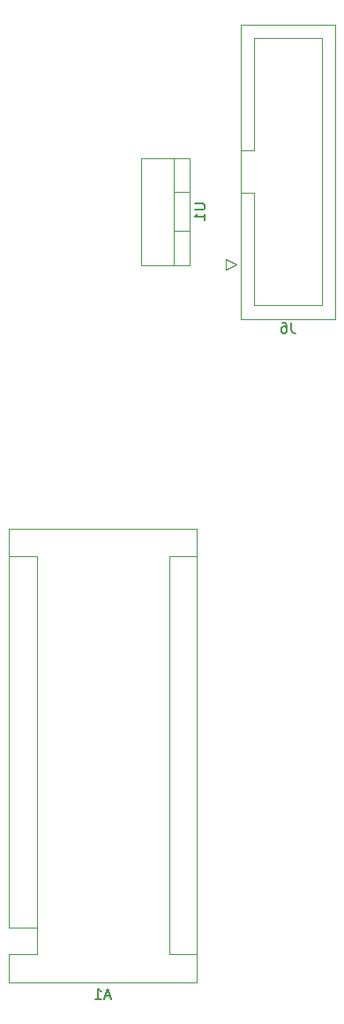
<source format=gbo>
%TF.GenerationSoftware,KiCad,Pcbnew,(5.1.10)-1*%
%TF.CreationDate,2022-04-24T20:33:29+02:00*%
%TF.ProjectId,eugenio,65756765-6e69-46f2-9e6b-696361645f70,rev?*%
%TF.SameCoordinates,Original*%
%TF.FileFunction,Legend,Bot*%
%TF.FilePolarity,Positive*%
%FSLAX46Y46*%
G04 Gerber Fmt 4.6, Leading zero omitted, Abs format (unit mm)*
G04 Created by KiCad (PCBNEW (5.1.10)-1) date 2022-04-24 20:33:29*
%MOMM*%
%LPD*%
G01*
G04 APERTURE LIST*
%ADD10C,0.120000*%
%ADD11C,0.150000*%
G04 APERTURE END LIST*
D10*
%TO.C,U1*%
X82010000Y-83860000D02*
X82010000Y-73620000D01*
X77369000Y-83860000D02*
X77369000Y-73620000D01*
X82010000Y-83860000D02*
X77369000Y-83860000D01*
X82010000Y-73620000D02*
X77369000Y-73620000D01*
X80500000Y-83860000D02*
X80500000Y-73620000D01*
X82010000Y-80590000D02*
X80500000Y-80590000D01*
X82010000Y-76889000D02*
X80500000Y-76889000D01*
%TO.C,J6*%
X86880000Y-89030000D02*
X96000000Y-89030000D01*
X96000000Y-89030000D02*
X96000000Y-60830000D01*
X96000000Y-60830000D02*
X86880000Y-60830000D01*
X86880000Y-60830000D02*
X86880000Y-89030000D01*
X86880000Y-76980000D02*
X88190000Y-76980000D01*
X88190000Y-76980000D02*
X88190000Y-87730000D01*
X88190000Y-87730000D02*
X94690000Y-87730000D01*
X94690000Y-87730000D02*
X94690000Y-62130000D01*
X94690000Y-62130000D02*
X88190000Y-62130000D01*
X88190000Y-62130000D02*
X88190000Y-72880000D01*
X88190000Y-72880000D02*
X88190000Y-72880000D01*
X88190000Y-72880000D02*
X86880000Y-72880000D01*
X86490000Y-83820000D02*
X85490000Y-84320000D01*
X85490000Y-84320000D02*
X85490000Y-83320000D01*
X85490000Y-83320000D02*
X86490000Y-83820000D01*
%TO.C,A1*%
X67310000Y-147320000D02*
X67310000Y-149860000D01*
X67310000Y-149860000D02*
X64640000Y-149860000D01*
X64640000Y-147320000D02*
X64640000Y-109090000D01*
X64640000Y-152530000D02*
X64640000Y-149860000D01*
X80010000Y-149860000D02*
X82680000Y-149860000D01*
X80010000Y-149860000D02*
X80010000Y-111760000D01*
X80010000Y-111760000D02*
X82680000Y-111760000D01*
X67310000Y-147320000D02*
X64640000Y-147320000D01*
X67310000Y-147320000D02*
X67310000Y-111760000D01*
X67310000Y-111760000D02*
X64640000Y-111760000D01*
X64640000Y-109090000D02*
X82680000Y-109090000D01*
X82680000Y-109090000D02*
X82680000Y-152530000D01*
X82680000Y-152530000D02*
X64640000Y-152530000D01*
%TO.C,U1*%
D11*
X82462380Y-77978095D02*
X83271904Y-77978095D01*
X83367142Y-78025714D01*
X83414761Y-78073333D01*
X83462380Y-78168571D01*
X83462380Y-78359047D01*
X83414761Y-78454285D01*
X83367142Y-78501904D01*
X83271904Y-78549523D01*
X82462380Y-78549523D01*
X83462380Y-79549523D02*
X83462380Y-78978095D01*
X83462380Y-79263809D02*
X82462380Y-79263809D01*
X82605238Y-79168571D01*
X82700476Y-79073333D01*
X82748095Y-78978095D01*
%TO.C,J6*%
X91773333Y-89372380D02*
X91773333Y-90086666D01*
X91820952Y-90229523D01*
X91916190Y-90324761D01*
X92059047Y-90372380D01*
X92154285Y-90372380D01*
X90868571Y-89372380D02*
X91059047Y-89372380D01*
X91154285Y-89420000D01*
X91201904Y-89467619D01*
X91297142Y-89610476D01*
X91344761Y-89800952D01*
X91344761Y-90181904D01*
X91297142Y-90277142D01*
X91249523Y-90324761D01*
X91154285Y-90372380D01*
X90963809Y-90372380D01*
X90868571Y-90324761D01*
X90820952Y-90277142D01*
X90773333Y-90181904D01*
X90773333Y-89943809D01*
X90820952Y-89848571D01*
X90868571Y-89800952D01*
X90963809Y-89753333D01*
X91154285Y-89753333D01*
X91249523Y-89800952D01*
X91297142Y-89848571D01*
X91344761Y-89943809D01*
%TO.C,A1*%
X74374285Y-153836666D02*
X73898095Y-153836666D01*
X74469523Y-154122380D02*
X74136190Y-153122380D01*
X73802857Y-154122380D01*
X72945714Y-154122380D02*
X73517142Y-154122380D01*
X73231428Y-154122380D02*
X73231428Y-153122380D01*
X73326666Y-153265238D01*
X73421904Y-153360476D01*
X73517142Y-153408095D01*
%TD*%
M02*

</source>
